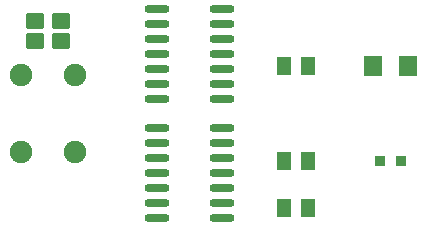
<source format=gts>
G04 Layer: TopSolderMaskLayer*
G04 EasyEDA v6.5.40, 2024-07-28 23:41:03*
G04 a67cddfb3fce44daa9051d46cbbcc19f,10*
G04 Gerber Generator version 0.2*
G04 Scale: 100 percent, Rotated: No, Reflected: No *
G04 Dimensions in millimeters *
G04 leading zeros omitted , absolute positions ,4 integer and 5 decimal *
%FSLAX45Y45*%
%MOMM*%

%AMMACRO1*1,1,$1,$2,$3*1,1,$1,$4,$5*1,1,$1,0-$2,0-$3*1,1,$1,0-$4,0-$5*20,1,$1,$2,$3,$4,$5,0*20,1,$1,$4,$5,0-$2,0-$3,0*20,1,$1,0-$2,0-$3,0-$4,0-$5,0*20,1,$1,0-$4,0-$5,$2,$3,0*4,1,4,$2,$3,$4,$5,0-$2,0-$3,0-$4,0-$5,$2,$3,0*%
%ADD10MACRO1,0.1016X-0.5663X-0.6885X-0.5663X0.6885*%
%ADD11MACRO1,0.1016X0.5663X-0.6885X0.5663X0.6885*%
%ADD12MACRO1,0.1016X0.5663X0.6885X0.5663X-0.6885*%
%ADD13MACRO1,0.1016X-0.5663X0.6885X-0.5663X-0.6885*%
%ADD14MACRO1,0.1016X0.4X0.4X0.4X-0.4*%
%ADD15MACRO1,0.1016X0.7425X0.81X0.7425X-0.81*%
%ADD16MACRO1,0.1016X-0.7425X0.81X-0.7425X-0.81*%
%ADD17C,1.9016*%
%ADD18MACRO1,0.1016X-0.7X0.6X0.7X0.6*%
%ADD19O,2.1395944X0.6755891999999999*%

%LPD*%
D10*
G01*
X2800024Y599947D03*
D11*
G01*
X2600015Y599947D03*
D10*
G01*
X2800024Y1400047D03*
D11*
G01*
X2600015Y1400047D03*
D12*
G01*
X2600015Y199897D03*
D13*
G01*
X2800024Y199897D03*
D14*
G01*
X3414910Y599998D03*
G01*
X3585090Y599998D03*
D15*
G01*
X3350747Y1400002D03*
D16*
G01*
X3649248Y1400002D03*
D17*
G01*
X375005Y675004D03*
G01*
X375005Y1324990D03*
G01*
X824992Y675004D03*
G01*
X824992Y1324990D03*
D18*
G01*
X489999Y1612508D03*
G01*
X709998Y1612508D03*
G01*
X709998Y1787514D03*
G01*
X489999Y1787509D03*
D19*
G01*
X2076907Y1118996D03*
G01*
X2076907Y1245996D03*
G01*
X2076907Y1372996D03*
G01*
X2076907Y1499996D03*
G01*
X2076907Y1626996D03*
G01*
X2076907Y1753996D03*
G01*
X2076907Y1880996D03*
G01*
X1523085Y1118996D03*
G01*
X1523085Y1245996D03*
G01*
X1523085Y1372996D03*
G01*
X1523085Y1499996D03*
G01*
X1523085Y1626996D03*
G01*
X1523085Y1753996D03*
G01*
X1523085Y1880996D03*
G01*
X2076907Y118998D03*
G01*
X2076907Y245998D03*
G01*
X2076907Y372998D03*
G01*
X2076907Y499998D03*
G01*
X2076907Y626998D03*
G01*
X2076907Y753998D03*
G01*
X2076907Y880998D03*
G01*
X1523085Y118998D03*
G01*
X1523085Y245998D03*
G01*
X1523085Y372998D03*
G01*
X1523085Y499998D03*
G01*
X1523085Y626998D03*
G01*
X1523085Y753998D03*
G01*
X1523085Y880998D03*
M02*

</source>
